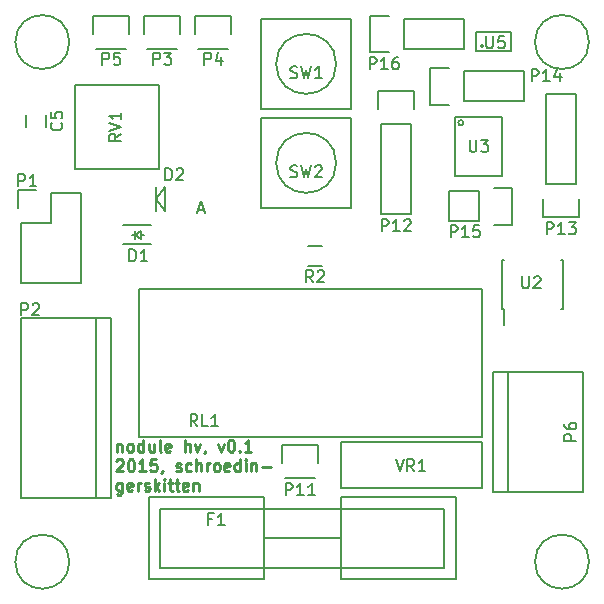
<source format=gto>
%TF.GenerationSoftware,KiCad,Pcbnew,0.201512281231+6406~40~ubuntu14.04.1-stable*%
%TF.CreationDate,2016-01-03T22:13:40+01:00*%
%TF.ProjectId,hv,68762E6B696361645F70636200000000,rev?*%
%TF.FileFunction,Legend,Top*%
%FSLAX46Y46*%
G04 Gerber Fmt 4.6, Leading zero omitted, Abs format (unit mm)*
G04 Created by KiCad (PCBNEW 0.201512281231+6406~40~ubuntu14.04.1-stable) date Son 03 Jan 2016 22:13:40 CET*
%MOMM*%
G01*
G04 APERTURE LIST*
%ADD10C,0.200000*%
%ADD11C,0.250000*%
%ADD12C,0.150000*%
G04 APERTURE END LIST*
D10*
D11*
X164322095Y-102021714D02*
X164322095Y-102688381D01*
X164322095Y-102116952D02*
X164369714Y-102069333D01*
X164464952Y-102021714D01*
X164607810Y-102021714D01*
X164703048Y-102069333D01*
X164750667Y-102164571D01*
X164750667Y-102688381D01*
X165369714Y-102688381D02*
X165274476Y-102640762D01*
X165226857Y-102593143D01*
X165179238Y-102497905D01*
X165179238Y-102212190D01*
X165226857Y-102116952D01*
X165274476Y-102069333D01*
X165369714Y-102021714D01*
X165512572Y-102021714D01*
X165607810Y-102069333D01*
X165655429Y-102116952D01*
X165703048Y-102212190D01*
X165703048Y-102497905D01*
X165655429Y-102593143D01*
X165607810Y-102640762D01*
X165512572Y-102688381D01*
X165369714Y-102688381D01*
X166560191Y-102688381D02*
X166560191Y-101688381D01*
X166560191Y-102640762D02*
X166464953Y-102688381D01*
X166274476Y-102688381D01*
X166179238Y-102640762D01*
X166131619Y-102593143D01*
X166084000Y-102497905D01*
X166084000Y-102212190D01*
X166131619Y-102116952D01*
X166179238Y-102069333D01*
X166274476Y-102021714D01*
X166464953Y-102021714D01*
X166560191Y-102069333D01*
X167464953Y-102021714D02*
X167464953Y-102688381D01*
X167036381Y-102021714D02*
X167036381Y-102545524D01*
X167084000Y-102640762D01*
X167179238Y-102688381D01*
X167322096Y-102688381D01*
X167417334Y-102640762D01*
X167464953Y-102593143D01*
X168084000Y-102688381D02*
X167988762Y-102640762D01*
X167941143Y-102545524D01*
X167941143Y-101688381D01*
X168845906Y-102640762D02*
X168750668Y-102688381D01*
X168560191Y-102688381D01*
X168464953Y-102640762D01*
X168417334Y-102545524D01*
X168417334Y-102164571D01*
X168464953Y-102069333D01*
X168560191Y-102021714D01*
X168750668Y-102021714D01*
X168845906Y-102069333D01*
X168893525Y-102164571D01*
X168893525Y-102259810D01*
X168417334Y-102355048D01*
X170084001Y-102688381D02*
X170084001Y-101688381D01*
X170512573Y-102688381D02*
X170512573Y-102164571D01*
X170464954Y-102069333D01*
X170369716Y-102021714D01*
X170226858Y-102021714D01*
X170131620Y-102069333D01*
X170084001Y-102116952D01*
X170893525Y-102021714D02*
X171131620Y-102688381D01*
X171369716Y-102021714D01*
X171798287Y-102640762D02*
X171798287Y-102688381D01*
X171750668Y-102783619D01*
X171703049Y-102831238D01*
X172893525Y-102021714D02*
X173131620Y-102688381D01*
X173369716Y-102021714D01*
X173941144Y-101688381D02*
X174036383Y-101688381D01*
X174131621Y-101736000D01*
X174179240Y-101783619D01*
X174226859Y-101878857D01*
X174274478Y-102069333D01*
X174274478Y-102307429D01*
X174226859Y-102497905D01*
X174179240Y-102593143D01*
X174131621Y-102640762D01*
X174036383Y-102688381D01*
X173941144Y-102688381D01*
X173845906Y-102640762D01*
X173798287Y-102593143D01*
X173750668Y-102497905D01*
X173703049Y-102307429D01*
X173703049Y-102069333D01*
X173750668Y-101878857D01*
X173798287Y-101783619D01*
X173845906Y-101736000D01*
X173941144Y-101688381D01*
X174703049Y-102593143D02*
X174750668Y-102640762D01*
X174703049Y-102688381D01*
X174655430Y-102640762D01*
X174703049Y-102593143D01*
X174703049Y-102688381D01*
X175703049Y-102688381D02*
X175131620Y-102688381D01*
X175417334Y-102688381D02*
X175417334Y-101688381D01*
X175322096Y-101831238D01*
X175226858Y-101926476D01*
X175131620Y-101974095D01*
X164274476Y-103433619D02*
X164322095Y-103386000D01*
X164417333Y-103338381D01*
X164655429Y-103338381D01*
X164750667Y-103386000D01*
X164798286Y-103433619D01*
X164845905Y-103528857D01*
X164845905Y-103624095D01*
X164798286Y-103766952D01*
X164226857Y-104338381D01*
X164845905Y-104338381D01*
X165464952Y-103338381D02*
X165560191Y-103338381D01*
X165655429Y-103386000D01*
X165703048Y-103433619D01*
X165750667Y-103528857D01*
X165798286Y-103719333D01*
X165798286Y-103957429D01*
X165750667Y-104147905D01*
X165703048Y-104243143D01*
X165655429Y-104290762D01*
X165560191Y-104338381D01*
X165464952Y-104338381D01*
X165369714Y-104290762D01*
X165322095Y-104243143D01*
X165274476Y-104147905D01*
X165226857Y-103957429D01*
X165226857Y-103719333D01*
X165274476Y-103528857D01*
X165322095Y-103433619D01*
X165369714Y-103386000D01*
X165464952Y-103338381D01*
X166750667Y-104338381D02*
X166179238Y-104338381D01*
X166464952Y-104338381D02*
X166464952Y-103338381D01*
X166369714Y-103481238D01*
X166274476Y-103576476D01*
X166179238Y-103624095D01*
X167655429Y-103338381D02*
X167179238Y-103338381D01*
X167131619Y-103814571D01*
X167179238Y-103766952D01*
X167274476Y-103719333D01*
X167512572Y-103719333D01*
X167607810Y-103766952D01*
X167655429Y-103814571D01*
X167703048Y-103909810D01*
X167703048Y-104147905D01*
X167655429Y-104243143D01*
X167607810Y-104290762D01*
X167512572Y-104338381D01*
X167274476Y-104338381D01*
X167179238Y-104290762D01*
X167131619Y-104243143D01*
X168179238Y-104290762D02*
X168179238Y-104338381D01*
X168131619Y-104433619D01*
X168084000Y-104481238D01*
X169322095Y-104290762D02*
X169417333Y-104338381D01*
X169607809Y-104338381D01*
X169703048Y-104290762D01*
X169750667Y-104195524D01*
X169750667Y-104147905D01*
X169703048Y-104052667D01*
X169607809Y-104005048D01*
X169464952Y-104005048D01*
X169369714Y-103957429D01*
X169322095Y-103862190D01*
X169322095Y-103814571D01*
X169369714Y-103719333D01*
X169464952Y-103671714D01*
X169607809Y-103671714D01*
X169703048Y-103719333D01*
X170607810Y-104290762D02*
X170512572Y-104338381D01*
X170322095Y-104338381D01*
X170226857Y-104290762D01*
X170179238Y-104243143D01*
X170131619Y-104147905D01*
X170131619Y-103862190D01*
X170179238Y-103766952D01*
X170226857Y-103719333D01*
X170322095Y-103671714D01*
X170512572Y-103671714D01*
X170607810Y-103719333D01*
X171036381Y-104338381D02*
X171036381Y-103338381D01*
X171464953Y-104338381D02*
X171464953Y-103814571D01*
X171417334Y-103719333D01*
X171322096Y-103671714D01*
X171179238Y-103671714D01*
X171084000Y-103719333D01*
X171036381Y-103766952D01*
X171941143Y-104338381D02*
X171941143Y-103671714D01*
X171941143Y-103862190D02*
X171988762Y-103766952D01*
X172036381Y-103719333D01*
X172131619Y-103671714D01*
X172226858Y-103671714D01*
X172703048Y-104338381D02*
X172607810Y-104290762D01*
X172560191Y-104243143D01*
X172512572Y-104147905D01*
X172512572Y-103862190D01*
X172560191Y-103766952D01*
X172607810Y-103719333D01*
X172703048Y-103671714D01*
X172845906Y-103671714D01*
X172941144Y-103719333D01*
X172988763Y-103766952D01*
X173036382Y-103862190D01*
X173036382Y-104147905D01*
X172988763Y-104243143D01*
X172941144Y-104290762D01*
X172845906Y-104338381D01*
X172703048Y-104338381D01*
X173845906Y-104290762D02*
X173750668Y-104338381D01*
X173560191Y-104338381D01*
X173464953Y-104290762D01*
X173417334Y-104195524D01*
X173417334Y-103814571D01*
X173464953Y-103719333D01*
X173560191Y-103671714D01*
X173750668Y-103671714D01*
X173845906Y-103719333D01*
X173893525Y-103814571D01*
X173893525Y-103909810D01*
X173417334Y-104005048D01*
X174750668Y-104338381D02*
X174750668Y-103338381D01*
X174750668Y-104290762D02*
X174655430Y-104338381D01*
X174464953Y-104338381D01*
X174369715Y-104290762D01*
X174322096Y-104243143D01*
X174274477Y-104147905D01*
X174274477Y-103862190D01*
X174322096Y-103766952D01*
X174369715Y-103719333D01*
X174464953Y-103671714D01*
X174655430Y-103671714D01*
X174750668Y-103719333D01*
X175226858Y-104338381D02*
X175226858Y-103671714D01*
X175226858Y-103338381D02*
X175179239Y-103386000D01*
X175226858Y-103433619D01*
X175274477Y-103386000D01*
X175226858Y-103338381D01*
X175226858Y-103433619D01*
X175703048Y-103671714D02*
X175703048Y-104338381D01*
X175703048Y-103766952D02*
X175750667Y-103719333D01*
X175845905Y-103671714D01*
X175988763Y-103671714D01*
X176084001Y-103719333D01*
X176131620Y-103814571D01*
X176131620Y-104338381D01*
X176607810Y-103957429D02*
X177369715Y-103957429D01*
X164750667Y-105321714D02*
X164750667Y-106131238D01*
X164703048Y-106226476D01*
X164655429Y-106274095D01*
X164560190Y-106321714D01*
X164417333Y-106321714D01*
X164322095Y-106274095D01*
X164750667Y-105940762D02*
X164655429Y-105988381D01*
X164464952Y-105988381D01*
X164369714Y-105940762D01*
X164322095Y-105893143D01*
X164274476Y-105797905D01*
X164274476Y-105512190D01*
X164322095Y-105416952D01*
X164369714Y-105369333D01*
X164464952Y-105321714D01*
X164655429Y-105321714D01*
X164750667Y-105369333D01*
X165607810Y-105940762D02*
X165512572Y-105988381D01*
X165322095Y-105988381D01*
X165226857Y-105940762D01*
X165179238Y-105845524D01*
X165179238Y-105464571D01*
X165226857Y-105369333D01*
X165322095Y-105321714D01*
X165512572Y-105321714D01*
X165607810Y-105369333D01*
X165655429Y-105464571D01*
X165655429Y-105559810D01*
X165179238Y-105655048D01*
X166084000Y-105988381D02*
X166084000Y-105321714D01*
X166084000Y-105512190D02*
X166131619Y-105416952D01*
X166179238Y-105369333D01*
X166274476Y-105321714D01*
X166369715Y-105321714D01*
X166655429Y-105940762D02*
X166750667Y-105988381D01*
X166941143Y-105988381D01*
X167036382Y-105940762D01*
X167084001Y-105845524D01*
X167084001Y-105797905D01*
X167036382Y-105702667D01*
X166941143Y-105655048D01*
X166798286Y-105655048D01*
X166703048Y-105607429D01*
X166655429Y-105512190D01*
X166655429Y-105464571D01*
X166703048Y-105369333D01*
X166798286Y-105321714D01*
X166941143Y-105321714D01*
X167036382Y-105369333D01*
X167512572Y-105988381D02*
X167512572Y-104988381D01*
X167607810Y-105607429D02*
X167893525Y-105988381D01*
X167893525Y-105321714D02*
X167512572Y-105702667D01*
X168322096Y-105988381D02*
X168322096Y-105321714D01*
X168322096Y-104988381D02*
X168274477Y-105036000D01*
X168322096Y-105083619D01*
X168369715Y-105036000D01*
X168322096Y-104988381D01*
X168322096Y-105083619D01*
X168655429Y-105321714D02*
X169036381Y-105321714D01*
X168798286Y-104988381D02*
X168798286Y-105845524D01*
X168845905Y-105940762D01*
X168941143Y-105988381D01*
X169036381Y-105988381D01*
X169226858Y-105321714D02*
X169607810Y-105321714D01*
X169369715Y-104988381D02*
X169369715Y-105845524D01*
X169417334Y-105940762D01*
X169512572Y-105988381D01*
X169607810Y-105988381D01*
X170322097Y-105940762D02*
X170226859Y-105988381D01*
X170036382Y-105988381D01*
X169941144Y-105940762D01*
X169893525Y-105845524D01*
X169893525Y-105464571D01*
X169941144Y-105369333D01*
X170036382Y-105321714D01*
X170226859Y-105321714D01*
X170322097Y-105369333D01*
X170369716Y-105464571D01*
X170369716Y-105559810D01*
X169893525Y-105655048D01*
X170798287Y-105321714D02*
X170798287Y-105988381D01*
X170798287Y-105416952D02*
X170845906Y-105369333D01*
X170941144Y-105321714D01*
X171084002Y-105321714D01*
X171179240Y-105369333D01*
X171226859Y-105464571D01*
X171226859Y-105988381D01*
D12*
X166366000Y-84328000D02*
X166616000Y-84328000D01*
X165866000Y-84328000D02*
X165616000Y-84328000D01*
X165866000Y-84328000D02*
X166366000Y-83978000D01*
X166366000Y-83978000D02*
X166366000Y-84678000D01*
X166366000Y-84678000D02*
X165866000Y-84328000D01*
X165866000Y-83978000D02*
X165866000Y-84678000D01*
X164816000Y-85128000D02*
X167216000Y-85128000D01*
X164816000Y-83528000D02*
X167216000Y-83528000D01*
X176748800Y-110000000D02*
X183251200Y-110000000D01*
X176748800Y-113500120D02*
X176748800Y-106499880D01*
X168001040Y-106499880D02*
X176748800Y-106499880D01*
X168001040Y-113500120D02*
X176748800Y-113500120D01*
X190749280Y-107500640D02*
X191998960Y-107500640D01*
X190500360Y-112499360D02*
X191998960Y-112499360D01*
X178498860Y-107500640D02*
X190749280Y-107500640D01*
X178750320Y-112499360D02*
X190500360Y-112499360D01*
X168001040Y-107500640D02*
X178498860Y-107500640D01*
X168001040Y-112499360D02*
X178750320Y-112499360D01*
X168001040Y-112499360D02*
X168001040Y-107500640D01*
X167000280Y-113500120D02*
X168001040Y-113500120D01*
X167000280Y-113500120D02*
X167000280Y-106499880D01*
X167000280Y-106499880D02*
X168001040Y-106499880D01*
X191998960Y-112499360D02*
X191998960Y-107500640D01*
X183251200Y-113500120D02*
X192999720Y-113500120D01*
X192999720Y-113500120D02*
X192999720Y-106499880D01*
X183251200Y-106499880D02*
X192999720Y-106499880D01*
X183251200Y-113500120D02*
X183251200Y-106499880D01*
X156210000Y-83312000D02*
X156210000Y-88392000D01*
X155930000Y-80492000D02*
X157480000Y-80492000D01*
X158750000Y-80772000D02*
X158750000Y-83312000D01*
X158750000Y-83312000D02*
X156210000Y-83312000D01*
X156210000Y-88392000D02*
X161290000Y-88392000D01*
X161290000Y-88392000D02*
X161290000Y-83312000D01*
X155930000Y-80492000D02*
X155930000Y-82042000D01*
X161290000Y-80772000D02*
X158750000Y-80772000D01*
X161290000Y-83312000D02*
X161290000Y-80772000D01*
X169698000Y-65760000D02*
X169698000Y-67310000D01*
X166598000Y-67310000D02*
X166598000Y-65760000D01*
X166598000Y-65760000D02*
X169698000Y-65760000D01*
X166878000Y-68580000D02*
X169418000Y-68580000D01*
X174016000Y-65760000D02*
X174016000Y-67310000D01*
X170916000Y-67310000D02*
X170916000Y-65760000D01*
X170916000Y-65760000D02*
X174016000Y-65760000D01*
X171196000Y-68580000D02*
X173736000Y-68580000D01*
X165380000Y-65760000D02*
X165380000Y-67310000D01*
X162280000Y-67310000D02*
X162280000Y-65760000D01*
X162280000Y-65760000D02*
X165380000Y-65760000D01*
X162560000Y-68580000D02*
X165100000Y-68580000D01*
X197460000Y-106080000D02*
X197460000Y-95920000D01*
X196190000Y-106080000D02*
X203810000Y-106080000D01*
X203810000Y-106080000D02*
X203810000Y-95920000D01*
X203810000Y-95920000D02*
X196190000Y-95920000D01*
X196190000Y-95920000D02*
X196190000Y-106080000D01*
X195200000Y-88900000D02*
X195200000Y-101400000D01*
X166200000Y-101400000D02*
X195200000Y-101400000D01*
X166200000Y-88900000D02*
X166200000Y-101400000D01*
X166200000Y-88900000D02*
X195200000Y-88900000D01*
X167894000Y-71628000D02*
X167894000Y-71882000D01*
X160782000Y-78486000D02*
X160782000Y-78740000D01*
X167894000Y-71882000D02*
X167894000Y-78740000D01*
X167894000Y-71628000D02*
X160782000Y-71628000D01*
X160782000Y-78486000D02*
X160782000Y-71628000D01*
X160782000Y-78740000D02*
X167894000Y-78740000D01*
X196925000Y-90575000D02*
X197070000Y-90575000D01*
X196925000Y-86425000D02*
X197070000Y-86425000D01*
X202075000Y-86425000D02*
X201930000Y-86425000D01*
X202075000Y-90575000D02*
X201930000Y-90575000D01*
X196925000Y-90575000D02*
X196925000Y-86425000D01*
X202075000Y-90575000D02*
X202075000Y-86425000D01*
X197070000Y-90575000D02*
X197070000Y-91975000D01*
X160286000Y-112000000D02*
G75*
G03X160286000Y-112000000I-2286000J0D01*
G01*
X160286000Y-68000000D02*
G75*
G03X160286000Y-68000000I-2286000J0D01*
G01*
X204286000Y-68000000D02*
G75*
G03X204286000Y-68000000I-2286000J0D01*
G01*
X204286000Y-112000000D02*
G75*
G03X204286000Y-112000000I-2286000J0D01*
G01*
X167640000Y-81280000D02*
X168402000Y-82296000D01*
X167640000Y-81280000D02*
X168402000Y-80264000D01*
X167640000Y-80264000D02*
X167640000Y-82296000D01*
X168402000Y-80264000D02*
X168402000Y-82296000D01*
X163810000Y-106620000D02*
X156190000Y-106620000D01*
X163810000Y-91380000D02*
X156190000Y-91380000D01*
X162540000Y-106620000D02*
X162540000Y-91380000D01*
X156190000Y-106620000D02*
X156190000Y-91380000D01*
X163810000Y-106620000D02*
X163810000Y-91380000D01*
X181702000Y-86981000D02*
X180502000Y-86981000D01*
X180502000Y-85231000D02*
X181702000Y-85231000D01*
X195250000Y-101850000D02*
X183250000Y-101850000D01*
X195250000Y-105750000D02*
X183250000Y-105750000D01*
X183250000Y-105750000D02*
X183250000Y-101850000D01*
X195250000Y-105750000D02*
X195250000Y-101850000D01*
X158330000Y-75176000D02*
X158330000Y-74176000D01*
X156630000Y-74176000D02*
X156630000Y-75176000D01*
X181382000Y-102082000D02*
X181382000Y-103632000D01*
X178282000Y-103632000D02*
X178282000Y-102082000D01*
X178282000Y-102082000D02*
X181382000Y-102082000D01*
X178562000Y-104902000D02*
X181102000Y-104902000D01*
X182880000Y-69850000D02*
G75*
G03X182880000Y-69850000I-2540000J0D01*
G01*
X184150000Y-73660000D02*
X176530000Y-73660000D01*
X176530000Y-73660000D02*
X176530000Y-66040000D01*
X176530000Y-66040000D02*
X184150000Y-66040000D01*
X184150000Y-73660000D02*
X184150000Y-66040000D01*
X182880000Y-78232000D02*
G75*
G03X182880000Y-78232000I-2540000J0D01*
G01*
X184150000Y-82042000D02*
X176530000Y-82042000D01*
X176530000Y-82042000D02*
X176530000Y-74422000D01*
X176530000Y-74422000D02*
X184150000Y-74422000D01*
X184150000Y-82042000D02*
X184150000Y-74422000D01*
X193668607Y-74835000D02*
G75*
G03X193668607Y-74835000I-223607J0D01*
G01*
X196945000Y-74335000D02*
X196945000Y-79335000D01*
X196945000Y-79335000D02*
X192945000Y-79335000D01*
X192945000Y-79335000D02*
X192945000Y-74335000D01*
X192945000Y-74335000D02*
X196945000Y-74335000D01*
X186690000Y-74930000D02*
X186690000Y-82550000D01*
X189230000Y-74930000D02*
X189230000Y-82550000D01*
X189510000Y-72110000D02*
X189510000Y-73660000D01*
X186690000Y-82550000D02*
X189230000Y-82550000D01*
X189230000Y-74930000D02*
X186690000Y-74930000D01*
X186410000Y-73660000D02*
X186410000Y-72110000D01*
X186410000Y-72110000D02*
X189510000Y-72110000D01*
X203200000Y-80010000D02*
X203200000Y-72390000D01*
X200660000Y-80010000D02*
X200660000Y-72390000D01*
X200380000Y-82830000D02*
X200380000Y-81280000D01*
X203200000Y-72390000D02*
X200660000Y-72390000D01*
X200660000Y-80010000D02*
X203200000Y-80010000D01*
X203480000Y-81280000D02*
X203480000Y-82830000D01*
X203480000Y-82830000D02*
X200380000Y-82830000D01*
X193675000Y-73025000D02*
X198755000Y-73025000D01*
X198755000Y-73025000D02*
X198755000Y-70485000D01*
X198755000Y-70485000D02*
X193675000Y-70485000D01*
X190855000Y-70205000D02*
X192405000Y-70205000D01*
X193675000Y-70485000D02*
X193675000Y-73025000D01*
X192405000Y-73305000D02*
X190855000Y-73305000D01*
X190855000Y-73305000D02*
X190855000Y-70205000D01*
X194945000Y-83185000D02*
X192405000Y-83185000D01*
X197765000Y-83465000D02*
X196215000Y-83465000D01*
X194945000Y-83185000D02*
X194945000Y-80645000D01*
X196215000Y-80365000D02*
X197765000Y-80365000D01*
X197765000Y-80365000D02*
X197765000Y-83465000D01*
X194945000Y-80645000D02*
X192405000Y-80645000D01*
X192405000Y-80645000D02*
X192405000Y-83185000D01*
X188595000Y-68580000D02*
X193675000Y-68580000D01*
X193675000Y-68580000D02*
X193675000Y-66040000D01*
X193675000Y-66040000D02*
X188595000Y-66040000D01*
X185775000Y-65760000D02*
X187325000Y-65760000D01*
X188595000Y-66040000D02*
X188595000Y-68580000D01*
X187325000Y-68860000D02*
X185775000Y-68860000D01*
X185775000Y-68860000D02*
X185775000Y-65760000D01*
X195356421Y-68345000D02*
G75*
G03X195356421Y-68345000I-141421J0D01*
G01*
X197715000Y-68745000D02*
X197715000Y-67145000D01*
X197715000Y-67145000D02*
X194715000Y-67145000D01*
X194715000Y-67145000D02*
X194715000Y-68745000D01*
X194715000Y-68745000D02*
X197715000Y-68745000D01*
X165377905Y-86558381D02*
X165377905Y-85558381D01*
X165616000Y-85558381D01*
X165758858Y-85606000D01*
X165854096Y-85701238D01*
X165901715Y-85796476D01*
X165949334Y-85986952D01*
X165949334Y-86129810D01*
X165901715Y-86320286D01*
X165854096Y-86415524D01*
X165758858Y-86510762D01*
X165616000Y-86558381D01*
X165377905Y-86558381D01*
X166901715Y-86558381D02*
X166330286Y-86558381D01*
X166616000Y-86558381D02*
X166616000Y-85558381D01*
X166520762Y-85701238D01*
X166425524Y-85796476D01*
X166330286Y-85844095D01*
X172386667Y-108386571D02*
X172053333Y-108386571D01*
X172053333Y-108910381D02*
X172053333Y-107910381D01*
X172529524Y-107910381D01*
X173434286Y-108910381D02*
X172862857Y-108910381D01*
X173148571Y-108910381D02*
X173148571Y-107910381D01*
X173053333Y-108053238D01*
X172958095Y-108148476D01*
X172862857Y-108196095D01*
X155979905Y-80208381D02*
X155979905Y-79208381D01*
X156360858Y-79208381D01*
X156456096Y-79256000D01*
X156503715Y-79303619D01*
X156551334Y-79398857D01*
X156551334Y-79541714D01*
X156503715Y-79636952D01*
X156456096Y-79684571D01*
X156360858Y-79732190D01*
X155979905Y-79732190D01*
X157503715Y-80208381D02*
X156932286Y-80208381D01*
X157218000Y-80208381D02*
X157218000Y-79208381D01*
X157122762Y-79351238D01*
X157027524Y-79446476D01*
X156932286Y-79494095D01*
X167409905Y-69921381D02*
X167409905Y-68921381D01*
X167790858Y-68921381D01*
X167886096Y-68969000D01*
X167933715Y-69016619D01*
X167981334Y-69111857D01*
X167981334Y-69254714D01*
X167933715Y-69349952D01*
X167886096Y-69397571D01*
X167790858Y-69445190D01*
X167409905Y-69445190D01*
X168314667Y-68921381D02*
X168933715Y-68921381D01*
X168600381Y-69302333D01*
X168743239Y-69302333D01*
X168838477Y-69349952D01*
X168886096Y-69397571D01*
X168933715Y-69492810D01*
X168933715Y-69730905D01*
X168886096Y-69826143D01*
X168838477Y-69873762D01*
X168743239Y-69921381D01*
X168457524Y-69921381D01*
X168362286Y-69873762D01*
X168314667Y-69826143D01*
X171727905Y-69921381D02*
X171727905Y-68921381D01*
X172108858Y-68921381D01*
X172204096Y-68969000D01*
X172251715Y-69016619D01*
X172299334Y-69111857D01*
X172299334Y-69254714D01*
X172251715Y-69349952D01*
X172204096Y-69397571D01*
X172108858Y-69445190D01*
X171727905Y-69445190D01*
X173156477Y-69254714D02*
X173156477Y-69921381D01*
X172918381Y-68873762D02*
X172680286Y-69588048D01*
X173299334Y-69588048D01*
X163091905Y-69921381D02*
X163091905Y-68921381D01*
X163472858Y-68921381D01*
X163568096Y-68969000D01*
X163615715Y-69016619D01*
X163663334Y-69111857D01*
X163663334Y-69254714D01*
X163615715Y-69349952D01*
X163568096Y-69397571D01*
X163472858Y-69445190D01*
X163091905Y-69445190D01*
X164568096Y-68921381D02*
X164091905Y-68921381D01*
X164044286Y-69397571D01*
X164091905Y-69349952D01*
X164187143Y-69302333D01*
X164425239Y-69302333D01*
X164520477Y-69349952D01*
X164568096Y-69397571D01*
X164615715Y-69492810D01*
X164615715Y-69730905D01*
X164568096Y-69826143D01*
X164520477Y-69873762D01*
X164425239Y-69921381D01*
X164187143Y-69921381D01*
X164091905Y-69873762D01*
X164044286Y-69826143D01*
X203214381Y-101752095D02*
X202214381Y-101752095D01*
X202214381Y-101371142D01*
X202262000Y-101275904D01*
X202309619Y-101228285D01*
X202404857Y-101180666D01*
X202547714Y-101180666D01*
X202642952Y-101228285D01*
X202690571Y-101275904D01*
X202738190Y-101371142D01*
X202738190Y-101752095D01*
X202214381Y-100323523D02*
X202214381Y-100514000D01*
X202262000Y-100609238D01*
X202309619Y-100656857D01*
X202452476Y-100752095D01*
X202642952Y-100799714D01*
X203023905Y-100799714D01*
X203119143Y-100752095D01*
X203166762Y-100704476D01*
X203214381Y-100609238D01*
X203214381Y-100418761D01*
X203166762Y-100323523D01*
X203119143Y-100275904D01*
X203023905Y-100228285D01*
X202785810Y-100228285D01*
X202690571Y-100275904D01*
X202642952Y-100323523D01*
X202595333Y-100418761D01*
X202595333Y-100609238D01*
X202642952Y-100704476D01*
X202690571Y-100752095D01*
X202785810Y-100799714D01*
X171132572Y-100528381D02*
X170799238Y-100052190D01*
X170561143Y-100528381D02*
X170561143Y-99528381D01*
X170942096Y-99528381D01*
X171037334Y-99576000D01*
X171084953Y-99623619D01*
X171132572Y-99718857D01*
X171132572Y-99861714D01*
X171084953Y-99956952D01*
X171037334Y-100004571D01*
X170942096Y-100052190D01*
X170561143Y-100052190D01*
X172037334Y-100528381D02*
X171561143Y-100528381D01*
X171561143Y-99528381D01*
X172894477Y-100528381D02*
X172323048Y-100528381D01*
X172608762Y-100528381D02*
X172608762Y-99528381D01*
X172513524Y-99671238D01*
X172418286Y-99766476D01*
X172323048Y-99814095D01*
X164663381Y-75779238D02*
X164187190Y-76112572D01*
X164663381Y-76350667D02*
X163663381Y-76350667D01*
X163663381Y-75969714D01*
X163711000Y-75874476D01*
X163758619Y-75826857D01*
X163853857Y-75779238D01*
X163996714Y-75779238D01*
X164091952Y-75826857D01*
X164139571Y-75874476D01*
X164187190Y-75969714D01*
X164187190Y-76350667D01*
X163663381Y-75493524D02*
X164663381Y-75160191D01*
X163663381Y-74826857D01*
X164663381Y-73969714D02*
X164663381Y-74541143D01*
X164663381Y-74255429D02*
X163663381Y-74255429D01*
X163806238Y-74350667D01*
X163901476Y-74445905D01*
X163949095Y-74541143D01*
X198628095Y-87844381D02*
X198628095Y-88653905D01*
X198675714Y-88749143D01*
X198723333Y-88796762D01*
X198818571Y-88844381D01*
X199009048Y-88844381D01*
X199104286Y-88796762D01*
X199151905Y-88749143D01*
X199199524Y-88653905D01*
X199199524Y-87844381D01*
X199628095Y-87939619D02*
X199675714Y-87892000D01*
X199770952Y-87844381D01*
X200009048Y-87844381D01*
X200104286Y-87892000D01*
X200151905Y-87939619D01*
X200199524Y-88034857D01*
X200199524Y-88130095D01*
X200151905Y-88272952D01*
X199580476Y-88844381D01*
X200199524Y-88844381D01*
X168425905Y-79700381D02*
X168425905Y-78700381D01*
X168664000Y-78700381D01*
X168806858Y-78748000D01*
X168902096Y-78843238D01*
X168949715Y-78938476D01*
X168997334Y-79128952D01*
X168997334Y-79271810D01*
X168949715Y-79462286D01*
X168902096Y-79557524D01*
X168806858Y-79652762D01*
X168664000Y-79700381D01*
X168425905Y-79700381D01*
X169378286Y-78795619D02*
X169425905Y-78748000D01*
X169521143Y-78700381D01*
X169759239Y-78700381D01*
X169854477Y-78748000D01*
X169902096Y-78795619D01*
X169949715Y-78890857D01*
X169949715Y-78986095D01*
X169902096Y-79128952D01*
X169330667Y-79700381D01*
X169949715Y-79700381D01*
X171211905Y-82208667D02*
X171688096Y-82208667D01*
X171116667Y-82494381D02*
X171450000Y-81494381D01*
X171783334Y-82494381D01*
X156233905Y-91130381D02*
X156233905Y-90130381D01*
X156614858Y-90130381D01*
X156710096Y-90178000D01*
X156757715Y-90225619D01*
X156805334Y-90320857D01*
X156805334Y-90463714D01*
X156757715Y-90558952D01*
X156710096Y-90606571D01*
X156614858Y-90654190D01*
X156233905Y-90654190D01*
X157186286Y-90225619D02*
X157233905Y-90178000D01*
X157329143Y-90130381D01*
X157567239Y-90130381D01*
X157662477Y-90178000D01*
X157710096Y-90225619D01*
X157757715Y-90320857D01*
X157757715Y-90416095D01*
X157710096Y-90558952D01*
X157138667Y-91130381D01*
X157757715Y-91130381D01*
X180935334Y-88336381D02*
X180602000Y-87860190D01*
X180363905Y-88336381D02*
X180363905Y-87336381D01*
X180744858Y-87336381D01*
X180840096Y-87384000D01*
X180887715Y-87431619D01*
X180935334Y-87526857D01*
X180935334Y-87669714D01*
X180887715Y-87764952D01*
X180840096Y-87812571D01*
X180744858Y-87860190D01*
X180363905Y-87860190D01*
X181316286Y-87431619D02*
X181363905Y-87384000D01*
X181459143Y-87336381D01*
X181697239Y-87336381D01*
X181792477Y-87384000D01*
X181840096Y-87431619D01*
X181887715Y-87526857D01*
X181887715Y-87622095D01*
X181840096Y-87764952D01*
X181268667Y-88336381D01*
X181887715Y-88336381D01*
X187920476Y-103338381D02*
X188253809Y-104338381D01*
X188587143Y-103338381D01*
X189491905Y-104338381D02*
X189158571Y-103862190D01*
X188920476Y-104338381D02*
X188920476Y-103338381D01*
X189301429Y-103338381D01*
X189396667Y-103386000D01*
X189444286Y-103433619D01*
X189491905Y-103528857D01*
X189491905Y-103671714D01*
X189444286Y-103766952D01*
X189396667Y-103814571D01*
X189301429Y-103862190D01*
X188920476Y-103862190D01*
X190444286Y-104338381D02*
X189872857Y-104338381D01*
X190158571Y-104338381D02*
X190158571Y-103338381D01*
X190063333Y-103481238D01*
X189968095Y-103576476D01*
X189872857Y-103624095D01*
X159615143Y-74842666D02*
X159662762Y-74890285D01*
X159710381Y-75033142D01*
X159710381Y-75128380D01*
X159662762Y-75271238D01*
X159567524Y-75366476D01*
X159472286Y-75414095D01*
X159281810Y-75461714D01*
X159138952Y-75461714D01*
X158948476Y-75414095D01*
X158853238Y-75366476D01*
X158758000Y-75271238D01*
X158710381Y-75128380D01*
X158710381Y-75033142D01*
X158758000Y-74890285D01*
X158805619Y-74842666D01*
X158710381Y-73937904D02*
X158710381Y-74414095D01*
X159186571Y-74461714D01*
X159138952Y-74414095D01*
X159091333Y-74318857D01*
X159091333Y-74080761D01*
X159138952Y-73985523D01*
X159186571Y-73937904D01*
X159281810Y-73890285D01*
X159519905Y-73890285D01*
X159615143Y-73937904D01*
X159662762Y-73985523D01*
X159710381Y-74080761D01*
X159710381Y-74318857D01*
X159662762Y-74414095D01*
X159615143Y-74461714D01*
X178617714Y-106370381D02*
X178617714Y-105370381D01*
X178998667Y-105370381D01*
X179093905Y-105418000D01*
X179141524Y-105465619D01*
X179189143Y-105560857D01*
X179189143Y-105703714D01*
X179141524Y-105798952D01*
X179093905Y-105846571D01*
X178998667Y-105894190D01*
X178617714Y-105894190D01*
X180141524Y-106370381D02*
X179570095Y-106370381D01*
X179855809Y-106370381D02*
X179855809Y-105370381D01*
X179760571Y-105513238D01*
X179665333Y-105608476D01*
X179570095Y-105656095D01*
X181093905Y-106370381D02*
X180522476Y-106370381D01*
X180808190Y-106370381D02*
X180808190Y-105370381D01*
X180712952Y-105513238D01*
X180617714Y-105608476D01*
X180522476Y-105656095D01*
X179006667Y-71016762D02*
X179149524Y-71064381D01*
X179387620Y-71064381D01*
X179482858Y-71016762D01*
X179530477Y-70969143D01*
X179578096Y-70873905D01*
X179578096Y-70778667D01*
X179530477Y-70683429D01*
X179482858Y-70635810D01*
X179387620Y-70588190D01*
X179197143Y-70540571D01*
X179101905Y-70492952D01*
X179054286Y-70445333D01*
X179006667Y-70350095D01*
X179006667Y-70254857D01*
X179054286Y-70159619D01*
X179101905Y-70112000D01*
X179197143Y-70064381D01*
X179435239Y-70064381D01*
X179578096Y-70112000D01*
X179911429Y-70064381D02*
X180149524Y-71064381D01*
X180340001Y-70350095D01*
X180530477Y-71064381D01*
X180768572Y-70064381D01*
X181673334Y-71064381D02*
X181101905Y-71064381D01*
X181387619Y-71064381D02*
X181387619Y-70064381D01*
X181292381Y-70207238D01*
X181197143Y-70302476D01*
X181101905Y-70350095D01*
X179006667Y-79398762D02*
X179149524Y-79446381D01*
X179387620Y-79446381D01*
X179482858Y-79398762D01*
X179530477Y-79351143D01*
X179578096Y-79255905D01*
X179578096Y-79160667D01*
X179530477Y-79065429D01*
X179482858Y-79017810D01*
X179387620Y-78970190D01*
X179197143Y-78922571D01*
X179101905Y-78874952D01*
X179054286Y-78827333D01*
X179006667Y-78732095D01*
X179006667Y-78636857D01*
X179054286Y-78541619D01*
X179101905Y-78494000D01*
X179197143Y-78446381D01*
X179435239Y-78446381D01*
X179578096Y-78494000D01*
X179911429Y-78446381D02*
X180149524Y-79446381D01*
X180340001Y-78732095D01*
X180530477Y-79446381D01*
X180768572Y-78446381D01*
X181101905Y-78541619D02*
X181149524Y-78494000D01*
X181244762Y-78446381D01*
X181482858Y-78446381D01*
X181578096Y-78494000D01*
X181625715Y-78541619D01*
X181673334Y-78636857D01*
X181673334Y-78732095D01*
X181625715Y-78874952D01*
X181054286Y-79446381D01*
X181673334Y-79446381D01*
X194183095Y-76287381D02*
X194183095Y-77096905D01*
X194230714Y-77192143D01*
X194278333Y-77239762D01*
X194373571Y-77287381D01*
X194564048Y-77287381D01*
X194659286Y-77239762D01*
X194706905Y-77192143D01*
X194754524Y-77096905D01*
X194754524Y-76287381D01*
X195135476Y-76287381D02*
X195754524Y-76287381D01*
X195421190Y-76668333D01*
X195564048Y-76668333D01*
X195659286Y-76715952D01*
X195706905Y-76763571D01*
X195754524Y-76858810D01*
X195754524Y-77096905D01*
X195706905Y-77192143D01*
X195659286Y-77239762D01*
X195564048Y-77287381D01*
X195278333Y-77287381D01*
X195183095Y-77239762D01*
X195135476Y-77192143D01*
X186745714Y-84018381D02*
X186745714Y-83018381D01*
X187126667Y-83018381D01*
X187221905Y-83066000D01*
X187269524Y-83113619D01*
X187317143Y-83208857D01*
X187317143Y-83351714D01*
X187269524Y-83446952D01*
X187221905Y-83494571D01*
X187126667Y-83542190D01*
X186745714Y-83542190D01*
X188269524Y-84018381D02*
X187698095Y-84018381D01*
X187983809Y-84018381D02*
X187983809Y-83018381D01*
X187888571Y-83161238D01*
X187793333Y-83256476D01*
X187698095Y-83304095D01*
X188650476Y-83113619D02*
X188698095Y-83066000D01*
X188793333Y-83018381D01*
X189031429Y-83018381D01*
X189126667Y-83066000D01*
X189174286Y-83113619D01*
X189221905Y-83208857D01*
X189221905Y-83304095D01*
X189174286Y-83446952D01*
X188602857Y-84018381D01*
X189221905Y-84018381D01*
X200715714Y-84272381D02*
X200715714Y-83272381D01*
X201096667Y-83272381D01*
X201191905Y-83320000D01*
X201239524Y-83367619D01*
X201287143Y-83462857D01*
X201287143Y-83605714D01*
X201239524Y-83700952D01*
X201191905Y-83748571D01*
X201096667Y-83796190D01*
X200715714Y-83796190D01*
X202239524Y-84272381D02*
X201668095Y-84272381D01*
X201953809Y-84272381D02*
X201953809Y-83272381D01*
X201858571Y-83415238D01*
X201763333Y-83510476D01*
X201668095Y-83558095D01*
X202572857Y-83272381D02*
X203191905Y-83272381D01*
X202858571Y-83653333D01*
X203001429Y-83653333D01*
X203096667Y-83700952D01*
X203144286Y-83748571D01*
X203191905Y-83843810D01*
X203191905Y-84081905D01*
X203144286Y-84177143D01*
X203096667Y-84224762D01*
X203001429Y-84272381D01*
X202715714Y-84272381D01*
X202620476Y-84224762D01*
X202572857Y-84177143D01*
X199445714Y-71318381D02*
X199445714Y-70318381D01*
X199826667Y-70318381D01*
X199921905Y-70366000D01*
X199969524Y-70413619D01*
X200017143Y-70508857D01*
X200017143Y-70651714D01*
X199969524Y-70746952D01*
X199921905Y-70794571D01*
X199826667Y-70842190D01*
X199445714Y-70842190D01*
X200969524Y-71318381D02*
X200398095Y-71318381D01*
X200683809Y-71318381D02*
X200683809Y-70318381D01*
X200588571Y-70461238D01*
X200493333Y-70556476D01*
X200398095Y-70604095D01*
X201826667Y-70651714D02*
X201826667Y-71318381D01*
X201588571Y-70270762D02*
X201350476Y-70985048D01*
X201969524Y-70985048D01*
X192587714Y-84526381D02*
X192587714Y-83526381D01*
X192968667Y-83526381D01*
X193063905Y-83574000D01*
X193111524Y-83621619D01*
X193159143Y-83716857D01*
X193159143Y-83859714D01*
X193111524Y-83954952D01*
X193063905Y-84002571D01*
X192968667Y-84050190D01*
X192587714Y-84050190D01*
X194111524Y-84526381D02*
X193540095Y-84526381D01*
X193825809Y-84526381D02*
X193825809Y-83526381D01*
X193730571Y-83669238D01*
X193635333Y-83764476D01*
X193540095Y-83812095D01*
X195016286Y-83526381D02*
X194540095Y-83526381D01*
X194492476Y-84002571D01*
X194540095Y-83954952D01*
X194635333Y-83907333D01*
X194873429Y-83907333D01*
X194968667Y-83954952D01*
X195016286Y-84002571D01*
X195063905Y-84097810D01*
X195063905Y-84335905D01*
X195016286Y-84431143D01*
X194968667Y-84478762D01*
X194873429Y-84526381D01*
X194635333Y-84526381D01*
X194540095Y-84478762D01*
X194492476Y-84431143D01*
X185729714Y-70302381D02*
X185729714Y-69302381D01*
X186110667Y-69302381D01*
X186205905Y-69350000D01*
X186253524Y-69397619D01*
X186301143Y-69492857D01*
X186301143Y-69635714D01*
X186253524Y-69730952D01*
X186205905Y-69778571D01*
X186110667Y-69826190D01*
X185729714Y-69826190D01*
X187253524Y-70302381D02*
X186682095Y-70302381D01*
X186967809Y-70302381D02*
X186967809Y-69302381D01*
X186872571Y-69445238D01*
X186777333Y-69540476D01*
X186682095Y-69588095D01*
X188110667Y-69302381D02*
X187920190Y-69302381D01*
X187824952Y-69350000D01*
X187777333Y-69397619D01*
X187682095Y-69540476D01*
X187634476Y-69730952D01*
X187634476Y-70111905D01*
X187682095Y-70207143D01*
X187729714Y-70254762D01*
X187824952Y-70302381D01*
X188015429Y-70302381D01*
X188110667Y-70254762D01*
X188158286Y-70207143D01*
X188205905Y-70111905D01*
X188205905Y-69873810D01*
X188158286Y-69778571D01*
X188110667Y-69730952D01*
X188015429Y-69683333D01*
X187824952Y-69683333D01*
X187729714Y-69730952D01*
X187682095Y-69778571D01*
X187634476Y-69873810D01*
X195580095Y-67524381D02*
X195580095Y-68333905D01*
X195627714Y-68429143D01*
X195675333Y-68476762D01*
X195770571Y-68524381D01*
X195961048Y-68524381D01*
X196056286Y-68476762D01*
X196103905Y-68429143D01*
X196151524Y-68333905D01*
X196151524Y-67524381D01*
X197103905Y-67524381D02*
X196627714Y-67524381D01*
X196580095Y-68000571D01*
X196627714Y-67952952D01*
X196722952Y-67905333D01*
X196961048Y-67905333D01*
X197056286Y-67952952D01*
X197103905Y-68000571D01*
X197151524Y-68095810D01*
X197151524Y-68333905D01*
X197103905Y-68429143D01*
X197056286Y-68476762D01*
X196961048Y-68524381D01*
X196722952Y-68524381D01*
X196627714Y-68476762D01*
X196580095Y-68429143D01*
M02*

</source>
